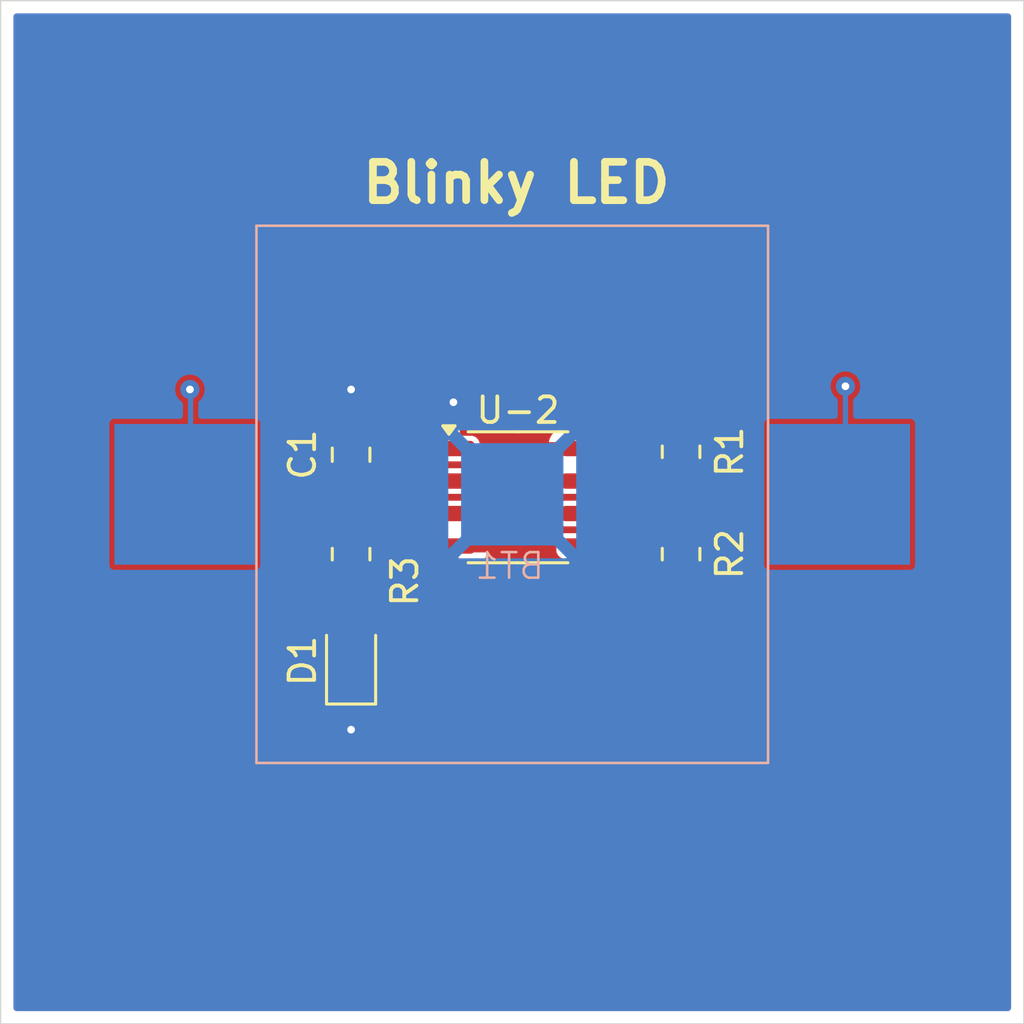
<source format=kicad_pcb>
(kicad_pcb (version 20241229) (generator "pcbnew") (generator_version "9.0")
  (layers (0 "F.Cu" signal) (2 "B.Cu" signal) (13 "F.Paste" user) (15 "B.Paste" user) (5 "F.SilkS" user "F.Silkscreen") (7 "B.SilkS" user "B.Silkscreen") (1 "F.Mask" user) (3 "B.Mask" user) (25 "Edge.Cuts" user))
  (net 0 "")
  (net 1 "GND")
  (net 2 "/THR")
  (net 3 "Net-(D1-A)")
  (net 4 "/DIS")
  (net 5 "/Vdd")
  (net 6 "Net-(U-2-OUT)")
  (footprint "Package_SO:SO-8_3.9x4.9mm_P1.27mm" (layer "F.Cu") (at 141.225 111.415)
    (property "Reference" "U-2" (at 0 -3.4 0) (layer "F.SilkS"))
    (property "Value" "~")
    (fp_line (start 0 -2.56) (end -1.95 -2.56) (stroke (width 0.12)) (layer "F.SilkS"))
    (fp_line (start 0 -2.56) (end 1.95 -2.56) (stroke (width 0.12)) (layer "F.SilkS"))
    (fp_line (start 0 2.56) (end -1.95 2.56) (stroke (width 0.12)) (layer "F.SilkS"))
    (fp_line (start 0 2.56) (end 1.95 2.56) (stroke (width 0.12)) (layer "F.SilkS"))
    (fp_poly (pts (xy -2.7 -2.465) (xy -2.94 -2.795) (xy -2.46 -2.795)) (stroke (width 0.12)) (fill yes) (layer "F.SilkS"))
    (pad "1" smd roundrect (at -2.575 -1.905) (size 1.75 0.6) (layers "F.Cu" "F.Mask" "F.Paste") (net 1 "GND"))
    (pad "2" smd roundrect (at -2.575 -0.635) (size 1.75 0.6) (layers "F.Cu" "F.Mask" "F.Paste") (net 2 "/THR"))
    (pad "3" smd roundrect (at -2.575 0.635) (size 1.75 0.6) (layers "F.Cu" "F.Mask" "F.Paste") (net 6 "Net-(U-2-OUT)"))
    (pad "4" smd roundrect (at -2.575 1.905) (size 1.75 0.6) (layers "F.Cu" "F.Mask" "F.Paste") (net 5 "/Vdd"))
    (pad "5" smd roundrect (at 2.575 1.905) (size 1.75 0.6) (layers "F.Cu" "F.Mask" "F.Paste"))
    (pad "6" smd roundrect (at 2.575 0.635) (size 1.75 0.6) (layers "F.Cu" "F.Mask" "F.Paste") (net 2 "/THR"))
    (pad "7" smd roundrect (at 2.575 -0.635) (size 1.75 0.6) (layers "F.Cu" "F.Mask" "F.Paste") (net 4 "/DIS"))
    (pad "8" smd roundrect (at 2.575 -1.905) (size 1.75 0.6) (layers "F.Cu" "F.Mask" "F.Paste") (net 5 "/Vdd"))
  )
  (footprint "Capacitor_SMD:C_0805_2012Metric" (layer "F.Cu") (at 134.7 109.75 90)
    (property "Reference" "C1" (at 0 -1.9 90) (layer "F.SilkS"))
    (property "Value" "1u")
    (fp_line (start -0.261252 -0.735) (end 0.261252 -0.735) (stroke (width 0.12)) (layer "F.SilkS"))
    (fp_line (start -0.261252 0.735) (end 0.261252 0.735) (stroke (width 0.12)) (layer "F.SilkS"))
    (pad "1" smd roundrect (at -0.95 0 90) (size 1 1.45) (layers "F.Cu" "F.Mask" "F.Paste") (net 2 "/THR"))
    (pad "2" smd roundrect (at 0.95 0 90) (size 1 1.45) (layers "F.Cu" "F.Mask" "F.Paste") (net 1 "GND"))
  )
  (footprint "Resistor_SMD:R_0805_2012Metric" (layer "F.Cu") (at 134.7 113.6375 -90)
    (property "Reference" "R3" (at 1.0625 -2.1 90) (layer "F.SilkS"))
    (property "Value" "1k")
    (fp_line (start -0.227064 0.735) (end 0.227064 0.735) (stroke (width 0.12)) (layer "F.SilkS"))
    (fp_line (start -0.227064 -0.735) (end 0.227064 -0.735) (stroke (width 0.12)) (layer "F.SilkS"))
    (pad "1" smd roundrect (at -0.9125 0 270) (size 1.025 1.4) (layers "F.Cu" "F.Mask" "F.Paste") (roundrect_rratio 0.243902) (net 6 "Net-(U-2-OUT)"))
    (pad "2" smd roundrect (at 0.9125 0 270) (size 1.025 1.4) (layers "F.Cu" "F.Mask" "F.Paste") (roundrect_rratio 0.243902) (net 3 "Net-(D1-A)"))
  )
  (footprint "Resistor_SMD:R_0805_2012Metric" (layer "F.Cu") (at 147.6 109.6375 -90)
    (property "Reference" "R1" (at 0 -1.9 90) (layer "F.SilkS"))
    (property "Value" "1K")
    (fp_line (start -0.227064 0.735) (end 0.227064 0.735) (stroke (width 0.12)) (layer "F.SilkS"))
    (fp_line (start -0.227064 -0.735) (end 0.227064 -0.735) (stroke (width 0.12)) (layer "F.SilkS"))
    (pad "1" smd roundrect (at -0.9125 0 270) (size 1.025 1.4) (layers "F.Cu" "F.Mask" "F.Paste") (roundrect_rratio 0.243902) (net 5 "/Vdd"))
    (pad "2" smd roundrect (at 0.9125 0 270) (size 1.025 1.4) (layers "F.Cu" "F.Mask" "F.Paste") (roundrect_rratio 0.243902) (net 4 "/DIS"))
  )
  (footprint "LED_SMD:LED_0805_2012Metric" (layer "F.Cu") (at 134.7 117.8125 90)
    (property "Reference" "D1" (at 0 -1.9 90) (layer "F.SilkS"))
    (property "Value" "LED")
    (fp_line (start 1 -0.96) (end -1.685 -0.96) (stroke (width 0.12)) (layer "F.SilkS"))
    (fp_line (start -1.685 -0.96) (end -1.685 0.96) (stroke (width 0.12)) (layer "F.SilkS"))
    (fp_line (start -1.685 0.96) (end 1 0.96) (stroke (width 0.12)) (layer "F.SilkS"))
    (pad "1" smd roundrect (at -0.9375 0 90) (size 0.975 1.4) (layers "F.Cu" "F.Mask" "F.Paste") (net 1 "GND"))
    (pad "2" smd roundrect (at 0.9375 0 90) (size 0.975 1.4) (layers "F.Cu" "F.Mask" "F.Paste") (net 3 "Net-(D1-A)"))
  )
  (footprint "Resistor_SMD:R_0805_2012Metric" (layer "F.Cu") (at 147.6 113.6375 -90)
    (property "Reference" "R2" (at 0 -1.9 90) (layer "F.SilkS"))
    (property "Value" "470k")
    (fp_line (start -0.227064 0.735) (end 0.227064 0.735) (stroke (width 0.12)) (layer "F.SilkS"))
    (fp_line (start -0.227064 -0.735) (end 0.227064 -0.735) (stroke (width 0.12)) (layer "F.SilkS"))
    (pad "1" smd roundrect (at -0.9125 0 270) (size 1.025 1.4) (layers "F.Cu" "F.Mask" "F.Paste") (roundrect_rratio 0.243902) (net 4 "/DIS"))
    (pad "2" smd roundrect (at 0.9125 0 270) (size 1.025 1.4) (layers "F.Cu" "F.Mask" "F.Paste") (roundrect_rratio 0.243902) (net 2 "/THR"))
  )
  (footprint "Library:C-Battery" (layer "B.Cu") (at 142 107.3 180)
    (property "Reference" "BT1" (at 1.1 -6.8 0) (layer "B.SilkS") (effects (font (thickness 0.1)) (justify mirror)))
    (property "Value" "CR2032")
    (fp_line (start 11 6.5) (end 11 -14.5) (stroke (width 0.1)) (layer "B.SilkS"))
    (fp_line (start -9 6.5) (end 11 6.5) (stroke (width 0.1)) (layer "B.SilkS"))
    (fp_line (start -9 -14.5) (end 11 -14.5) (stroke (width 0.1)) (layer "B.SilkS"))
    (fp_line (start -9 -14.5) (end -9 6.5) (stroke (width 0.1)) (layer "B.SilkS"))
    (pad "1" smd rect (at -11.8 -4 180) (size 5.5 5.5) (layers "B.Cu" "B.Mask" "B.Paste") (net 5 "/Vdd"))
    (pad "1" smd rect (at 13.8 -4 180) (size 5.5 5.5) (layers "B.Cu" "B.Mask" "B.Paste") (net 5 "/Vdd"))
    (pad "2" smd rect (at 1 -4 180) (size 4 4) (layers "B.Cu" "B.Mask" "B.Paste") (net 1 "GND"))
  )
  (gr_line (start 161 92) (end 161 132) (stroke (width 0.05)) (layer "Edge.Cuts"))
  (gr_line (start 121 132) (end 121 92) (stroke (width 0.05)) (layer "Edge.Cuts"))
  (gr_line (start 121 92) (end 161 92) (stroke (width 0.05)) (layer "Edge.Cuts"))
  (gr_line (start 161 132) (end 121 132) (stroke (width 0.05)) (layer "Edge.Cuts"))
  (gr_text "Made by: \nGabe" (at 143.7 127.4 0) (layer "F.Cu" knockout) (effects (font (size 1.5 1.5) (thickness 0.3) (bold yes)) (justify left bottom)))
  (gr_text "Blinky LED" (at 135 100 0) (layer "F.SilkS") (effects (font (size 1.5 1.5) (thickness 0.3) (bold yes)) (justify left bottom)))
  (segment (start 134.7 108.8) (end 134.7 107.2) (width 0.2) (layer "F.Cu") (net 1))
  (segment (start 134.7 118.75) (end 134.7 120.5) (width 0.2) (layer "F.Cu") (net 1))
  (segment (start 138.65 109.51) (end 138.65 107.75) (width 0.2) (layer "F.Cu") (net 1))
  (segment (start 138.65 107.75) (end 138.7 107.7) (width 0.2) (layer "F.Cu") (net 1))
  (via (at 134.7 120.5) (size 0.75) (drill 0.3) (layers "F.Cu" "B.Cu") (net 1))
  (via (at 138.7 107.7) (size 0.75) (drill 0.3) (layers "F.Cu" "B.Cu") (net 1))
  (via (at 134.7 107.2) (size 0.75) (drill 0.3) (layers "F.Cu" "B.Cu") (net 1))
  (segment (start 145.1 112.05) (end 143.8 112.05) (width 0.2) (layer "F.Cu") (net 2))
  (segment (start 134.7 110.7) (end 138.57 110.7) (width 0.2) (layer "F.Cu") (net 2))
  (segment (start 140.48 110.78) (end 138.65 110.78) (width 0.2) (layer "F.Cu") (net 2))
  (segment (start 141.75 112.05) (end 140.48 110.78) (width 0.2) (layer "F.Cu") (net 2))
  (segment (start 138.57 110.7) (end 138.65 110.78) (width 0.2) (layer "F.Cu") (net 2))
  (segment (start 143.8 112.05) (end 141.75 112.05) (width 0.2) (layer "F.Cu") (net 2))
  (segment (start 147.6 114.55) (end 145.1 112.05) (width 0.2) (layer "F.Cu") (net 2))
  (segment (start 134.7 114.55) (end 134.7 116.875) (width 0.2) (layer "F.Cu") (net 3))
  (segment (start 143.8 110.78) (end 147.37 110.78) (width 0.2) (layer "F.Cu") (net 4))
  (segment (start 147.6 110.55) (end 147.6 112.725) (width 0.2) (layer "F.Cu") (net 4))
  (segment (start 147.37 110.78) (end 147.6 110.55) (width 0.2) (layer "F.Cu") (net 4))
  (segment (start 146.815 109.51) (end 147.6 108.725) (width 0.2) (layer "F.Cu") (net 5))
  (segment (start 143.8 109.51) (end 146.815 109.51) (width 0.2) (layer "F.Cu") (net 5))
  (via (at 154.025 107.075) (size 0.75) (drill 0.3) (layers "F.Cu" "B.Cu") (net 5))
  (via (at 128.4 107.2) (size 0.75) (drill 0.3) (layers "F.Cu" "B.Cu") (net 5))
  (segment (start 154.025 111.415) (end 154.025 107.075) (width 0.2) (layer "B.Cu") (net 5))
  (segment (start 128.425 111.415) (end 128.425 107.225) (width 0.2) (layer "B.Cu") (net 5))
  (segment (start 128.425 107.225) (end 128.4 107.2) (width 0.2) (layer "B.Cu") (net 5))
  (segment (start 154.025 107.075) (end 154.1 107) (width 0.2) (layer "B.Cu") (net 5))
  (segment (start 136.575 112.725) (end 134.7 112.725) (width 0.2) (layer "F.Cu") (net 6))
  (segment (start 137.25 112.05) (end 136.575 112.725) (width 0.2) (layer "F.Cu") (net 6))
  (segment (start 138.65 112.05) (end 137.25 112.05) (width 0.2) (layer "F.Cu") (net 6))
  (zone (net 5) (net_name "/Vdd") (layer "F.Cu") (connect_pads (clearance 0.2)) (min_thickness 0.25) (fill yes (thermal_gap 0.5) (thermal_bridge_width 0.5))
    (polygon (pts (xy 121 92) (xy 161 92) (xy 161 132) (xy 121 132)))
  )
  (zone (net 1) (net_name "GND") (layer "B.Cu") (connect_pads (clearance 0.2)) (min_thickness 0.25) (fill yes (thermal_gap 0.5) (thermal_bridge_width 0.5))
    (polygon (pts (xy 121 92) (xy 161 92) (xy 161 132) (xy 121 132)))
  )
)
</source>
